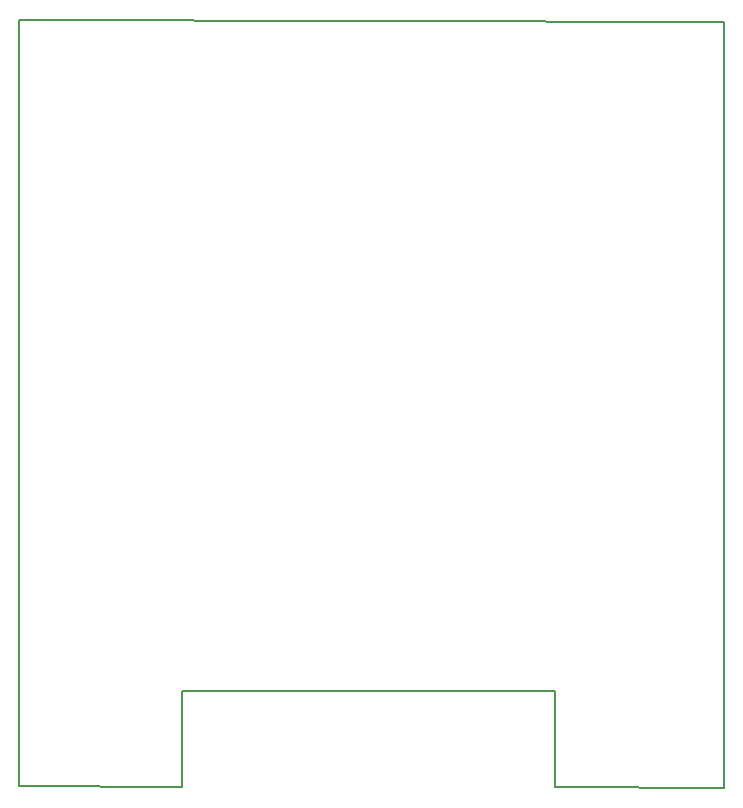
<source format=gbr>
%TF.GenerationSoftware,KiCad,Pcbnew,7.0.1*%
%TF.CreationDate,2023-07-11T02:04:21-05:00*%
%TF.ProjectId,Power_Supply,506f7765-725f-4537-9570-706c792e6b69,1*%
%TF.SameCoordinates,Original*%
%TF.FileFunction,Profile,NP*%
%FSLAX46Y46*%
G04 Gerber Fmt 4.6, Leading zero omitted, Abs format (unit mm)*
G04 Created by KiCad (PCBNEW 7.0.1) date 2023-07-11 02:04:21*
%MOMM*%
%LPD*%
G01*
G04 APERTURE LIST*
%TA.AperFunction,Profile*%
%ADD10C,0.200000*%
%TD*%
G04 APERTURE END LIST*
D10*
X168545000Y-47535000D02*
X168525000Y-112395000D01*
X154265000Y-112375000D01*
X154195000Y-104225000D01*
X122645000Y-104215000D01*
X122615000Y-112345000D01*
X108835000Y-112295000D01*
X108835000Y-47445000D01*
X168545000Y-47535000D01*
M02*

</source>
